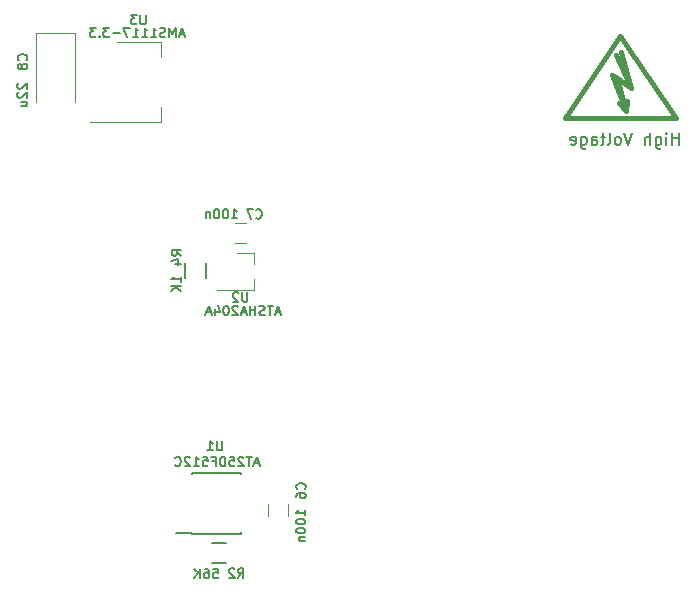
<source format=gbo>
G04 #@! TF.GenerationSoftware,KiCad,Pcbnew,no-vcs-found-44b118f~58~ubuntu16.04.1*
G04 #@! TF.CreationDate,2017-06-12T15:02:01+03:00*
G04 #@! TF.ProjectId,heater_actuator_node,6865617465725F6163747561746F725F,rev?*
G04 #@! TF.FileFunction,Legend,Bot*
G04 #@! TF.FilePolarity,Positive*
%FSLAX46Y46*%
G04 Gerber Fmt 4.6, Leading zero omitted, Abs format (unit mm)*
G04 Created by KiCad (PCBNEW no-vcs-found-44b118f~58~ubuntu16.04.1) date Mon Jun 12 15:02:01 2017*
%MOMM*%
%LPD*%
G01*
G04 APERTURE LIST*
%ADD10C,0.100000*%
%ADD11C,0.381000*%
%ADD12C,0.120000*%
%ADD13C,0.150000*%
%ADD14R,1.700000X1.700000*%
%ADD15C,2.200000*%
%ADD16C,1.400000*%
%ADD17O,1.400000X1.400000*%
%ADD18C,2.000000*%
%ADD19R,1.250000X1.500000*%
%ADD20R,1.500000X1.250000*%
%ADD21R,2.500000X3.200000*%
%ADD22O,1.700000X1.700000*%
%ADD23O,1.600000X1.600000*%
%ADD24R,1.600000X1.600000*%
%ADD25C,1.800000*%
%ADD26R,1.800000X1.800000*%
%ADD27C,2.349500*%
%ADD28R,1.000000X1.000000*%
%ADD29C,1.000000*%
%ADD30R,1.500000X1.300000*%
%ADD31R,1.300000X1.500000*%
%ADD32C,2.500000*%
%ADD33C,3.000000*%
%ADD34R,1.550000X0.600000*%
%ADD35R,1.900000X0.800000*%
%ADD36R,2.000000X1.500000*%
%ADD37R,2.000000X3.800000*%
%ADD38C,2.400000*%
%ADD39R,2.400000X2.400000*%
G04 APERTURE END LIST*
D10*
D11*
X171297840Y-75499640D02*
X170098960Y-72400840D01*
X170098960Y-72400840D02*
X170698400Y-72799620D01*
X171699160Y-73500660D02*
X170398680Y-70699040D01*
X171297840Y-75499640D02*
X170698400Y-74801140D01*
X170899060Y-70500920D02*
X171699160Y-73500660D01*
X171699160Y-73500660D02*
X170500280Y-72700560D01*
X170500280Y-72700560D02*
X171297840Y-75499640D01*
X171297840Y-75499640D02*
X171399440Y-74600480D01*
X170800000Y-69109000D02*
X166101000Y-76094000D01*
X166101000Y-76094000D02*
X175499000Y-76094000D01*
X175499000Y-76094000D02*
X170800000Y-69109000D01*
D12*
X142650000Y-108775000D02*
X142650000Y-109775000D01*
X140950000Y-109775000D02*
X140950000Y-108775000D01*
X138150000Y-84925000D02*
X139150000Y-84925000D01*
X139150000Y-86625000D02*
X138150000Y-86625000D01*
X121350000Y-68875000D02*
X121350000Y-74675000D01*
X124650000Y-68875000D02*
X124650000Y-74675000D01*
X121350000Y-68875000D02*
X124650000Y-68875000D01*
D13*
X136225000Y-113775000D02*
X137425000Y-113775000D01*
X137425000Y-112025000D02*
X136225000Y-112025000D01*
X133975000Y-88375000D02*
X133975000Y-89575000D01*
X135725000Y-89575000D02*
X135725000Y-88375000D01*
X134575000Y-111200000D02*
X133175000Y-111200000D01*
X134575000Y-106100000D02*
X138725000Y-106100000D01*
X134575000Y-111250000D02*
X138725000Y-111250000D01*
X134575000Y-106100000D02*
X134575000Y-106245000D01*
X138725000Y-106100000D02*
X138725000Y-106245000D01*
X138725000Y-111250000D02*
X138725000Y-111105000D01*
X134575000Y-111250000D02*
X134575000Y-111200000D01*
D12*
X139810000Y-87495000D02*
X138350000Y-87495000D01*
X139810000Y-90655000D02*
X136650000Y-90655000D01*
X139810000Y-90655000D02*
X139810000Y-89725000D01*
X139810000Y-87495000D02*
X139810000Y-88425000D01*
X125900000Y-76435000D02*
X131910000Y-76435000D01*
X128150000Y-69615000D02*
X131910000Y-69615000D01*
X131910000Y-76435000D02*
X131910000Y-75175000D01*
X131910000Y-69615000D02*
X131910000Y-70875000D01*
D13*
X175752428Y-78324380D02*
X175752428Y-77324380D01*
X175752428Y-77800571D02*
X175181000Y-77800571D01*
X175181000Y-78324380D02*
X175181000Y-77324380D01*
X174704809Y-78324380D02*
X174704809Y-77657714D01*
X174704809Y-77324380D02*
X174752428Y-77372000D01*
X174704809Y-77419619D01*
X174657190Y-77372000D01*
X174704809Y-77324380D01*
X174704809Y-77419619D01*
X173800047Y-77657714D02*
X173800047Y-78467238D01*
X173847666Y-78562476D01*
X173895285Y-78610095D01*
X173990523Y-78657714D01*
X174133380Y-78657714D01*
X174228619Y-78610095D01*
X173800047Y-78276761D02*
X173895285Y-78324380D01*
X174085761Y-78324380D01*
X174181000Y-78276761D01*
X174228619Y-78229142D01*
X174276238Y-78133904D01*
X174276238Y-77848190D01*
X174228619Y-77752952D01*
X174181000Y-77705333D01*
X174085761Y-77657714D01*
X173895285Y-77657714D01*
X173800047Y-77705333D01*
X173323857Y-78324380D02*
X173323857Y-77324380D01*
X172895285Y-78324380D02*
X172895285Y-77800571D01*
X172942904Y-77705333D01*
X173038142Y-77657714D01*
X173181000Y-77657714D01*
X173276238Y-77705333D01*
X173323857Y-77752952D01*
X171800047Y-77324380D02*
X171466714Y-78324380D01*
X171133380Y-77324380D01*
X170657190Y-78324380D02*
X170752428Y-78276761D01*
X170800047Y-78229142D01*
X170847666Y-78133904D01*
X170847666Y-77848190D01*
X170800047Y-77752952D01*
X170752428Y-77705333D01*
X170657190Y-77657714D01*
X170514333Y-77657714D01*
X170419095Y-77705333D01*
X170371476Y-77752952D01*
X170323857Y-77848190D01*
X170323857Y-78133904D01*
X170371476Y-78229142D01*
X170419095Y-78276761D01*
X170514333Y-78324380D01*
X170657190Y-78324380D01*
X169752428Y-78324380D02*
X169847666Y-78276761D01*
X169895285Y-78181523D01*
X169895285Y-77324380D01*
X169514333Y-77657714D02*
X169133380Y-77657714D01*
X169371476Y-77324380D02*
X169371476Y-78181523D01*
X169323857Y-78276761D01*
X169228619Y-78324380D01*
X169133380Y-78324380D01*
X168371476Y-78324380D02*
X168371476Y-77800571D01*
X168419095Y-77705333D01*
X168514333Y-77657714D01*
X168704809Y-77657714D01*
X168800047Y-77705333D01*
X168371476Y-78276761D02*
X168466714Y-78324380D01*
X168704809Y-78324380D01*
X168800047Y-78276761D01*
X168847666Y-78181523D01*
X168847666Y-78086285D01*
X168800047Y-77991047D01*
X168704809Y-77943428D01*
X168466714Y-77943428D01*
X168371476Y-77895809D01*
X167466714Y-77657714D02*
X167466714Y-78467238D01*
X167514333Y-78562476D01*
X167561952Y-78610095D01*
X167657190Y-78657714D01*
X167800047Y-78657714D01*
X167895285Y-78610095D01*
X167466714Y-78276761D02*
X167561952Y-78324380D01*
X167752428Y-78324380D01*
X167847666Y-78276761D01*
X167895285Y-78229142D01*
X167942904Y-78133904D01*
X167942904Y-77848190D01*
X167895285Y-77752952D01*
X167847666Y-77705333D01*
X167752428Y-77657714D01*
X167561952Y-77657714D01*
X167466714Y-77705333D01*
X166609571Y-78276761D02*
X166704809Y-78324380D01*
X166895285Y-78324380D01*
X166990523Y-78276761D01*
X167038142Y-78181523D01*
X167038142Y-77800571D01*
X166990523Y-77705333D01*
X166895285Y-77657714D01*
X166704809Y-77657714D01*
X166609571Y-77705333D01*
X166561952Y-77800571D01*
X166561952Y-77895809D01*
X167038142Y-77991047D01*
X144085714Y-107491666D02*
X144123809Y-107453571D01*
X144161904Y-107339285D01*
X144161904Y-107263095D01*
X144123809Y-107148809D01*
X144047619Y-107072619D01*
X143971428Y-107034523D01*
X143819047Y-106996428D01*
X143704761Y-106996428D01*
X143552380Y-107034523D01*
X143476190Y-107072619D01*
X143400000Y-107148809D01*
X143361904Y-107263095D01*
X143361904Y-107339285D01*
X143400000Y-107453571D01*
X143438095Y-107491666D01*
X143361904Y-108177380D02*
X143361904Y-108025000D01*
X143400000Y-107948809D01*
X143438095Y-107910714D01*
X143552380Y-107834523D01*
X143704761Y-107796428D01*
X144009523Y-107796428D01*
X144085714Y-107834523D01*
X144123809Y-107872619D01*
X144161904Y-107948809D01*
X144161904Y-108101190D01*
X144123809Y-108177380D01*
X144085714Y-108215476D01*
X144009523Y-108253571D01*
X143819047Y-108253571D01*
X143742857Y-108215476D01*
X143704761Y-108177380D01*
X143666666Y-108101190D01*
X143666666Y-107948809D01*
X143704761Y-107872619D01*
X143742857Y-107834523D01*
X143819047Y-107796428D01*
X144136904Y-109704761D02*
X144136904Y-109247619D01*
X144136904Y-109476190D02*
X143336904Y-109476190D01*
X143451190Y-109400000D01*
X143527380Y-109323809D01*
X143565476Y-109247619D01*
X143336904Y-110200000D02*
X143336904Y-110276190D01*
X143375000Y-110352380D01*
X143413095Y-110390476D01*
X143489285Y-110428571D01*
X143641666Y-110466666D01*
X143832142Y-110466666D01*
X143984523Y-110428571D01*
X144060714Y-110390476D01*
X144098809Y-110352380D01*
X144136904Y-110276190D01*
X144136904Y-110200000D01*
X144098809Y-110123809D01*
X144060714Y-110085714D01*
X143984523Y-110047619D01*
X143832142Y-110009523D01*
X143641666Y-110009523D01*
X143489285Y-110047619D01*
X143413095Y-110085714D01*
X143375000Y-110123809D01*
X143336904Y-110200000D01*
X143336904Y-110961904D02*
X143336904Y-111038095D01*
X143375000Y-111114285D01*
X143413095Y-111152380D01*
X143489285Y-111190476D01*
X143641666Y-111228571D01*
X143832142Y-111228571D01*
X143984523Y-111190476D01*
X144060714Y-111152380D01*
X144098809Y-111114285D01*
X144136904Y-111038095D01*
X144136904Y-110961904D01*
X144098809Y-110885714D01*
X144060714Y-110847619D01*
X143984523Y-110809523D01*
X143832142Y-110771428D01*
X143641666Y-110771428D01*
X143489285Y-110809523D01*
X143413095Y-110847619D01*
X143375000Y-110885714D01*
X143336904Y-110961904D01*
X143603571Y-111571428D02*
X144136904Y-111571428D01*
X143679761Y-111571428D02*
X143641666Y-111609523D01*
X143603571Y-111685714D01*
X143603571Y-111800000D01*
X143641666Y-111876190D01*
X143717857Y-111914285D01*
X144136904Y-111914285D01*
X139958333Y-84510714D02*
X139996428Y-84548809D01*
X140110714Y-84586904D01*
X140186904Y-84586904D01*
X140301190Y-84548809D01*
X140377380Y-84472619D01*
X140415476Y-84396428D01*
X140453571Y-84244047D01*
X140453571Y-84129761D01*
X140415476Y-83977380D01*
X140377380Y-83901190D01*
X140301190Y-83825000D01*
X140186904Y-83786904D01*
X140110714Y-83786904D01*
X139996428Y-83825000D01*
X139958333Y-83863095D01*
X139691666Y-83786904D02*
X139158333Y-83786904D01*
X139501190Y-84586904D01*
X137895238Y-84561904D02*
X138352380Y-84561904D01*
X138123809Y-84561904D02*
X138123809Y-83761904D01*
X138200000Y-83876190D01*
X138276190Y-83952380D01*
X138352380Y-83990476D01*
X137400000Y-83761904D02*
X137323809Y-83761904D01*
X137247619Y-83800000D01*
X137209523Y-83838095D01*
X137171428Y-83914285D01*
X137133333Y-84066666D01*
X137133333Y-84257142D01*
X137171428Y-84409523D01*
X137209523Y-84485714D01*
X137247619Y-84523809D01*
X137323809Y-84561904D01*
X137400000Y-84561904D01*
X137476190Y-84523809D01*
X137514285Y-84485714D01*
X137552380Y-84409523D01*
X137590476Y-84257142D01*
X137590476Y-84066666D01*
X137552380Y-83914285D01*
X137514285Y-83838095D01*
X137476190Y-83800000D01*
X137400000Y-83761904D01*
X136638095Y-83761904D02*
X136561904Y-83761904D01*
X136485714Y-83800000D01*
X136447619Y-83838095D01*
X136409523Y-83914285D01*
X136371428Y-84066666D01*
X136371428Y-84257142D01*
X136409523Y-84409523D01*
X136447619Y-84485714D01*
X136485714Y-84523809D01*
X136561904Y-84561904D01*
X136638095Y-84561904D01*
X136714285Y-84523809D01*
X136752380Y-84485714D01*
X136790476Y-84409523D01*
X136828571Y-84257142D01*
X136828571Y-84066666D01*
X136790476Y-83914285D01*
X136752380Y-83838095D01*
X136714285Y-83800000D01*
X136638095Y-83761904D01*
X136028571Y-84028571D02*
X136028571Y-84561904D01*
X136028571Y-84104761D02*
X135990476Y-84066666D01*
X135914285Y-84028571D01*
X135800000Y-84028571D01*
X135723809Y-84066666D01*
X135685714Y-84142857D01*
X135685714Y-84561904D01*
X120510714Y-71166666D02*
X120548809Y-71128571D01*
X120586904Y-71014285D01*
X120586904Y-70938095D01*
X120548809Y-70823809D01*
X120472619Y-70747619D01*
X120396428Y-70709523D01*
X120244047Y-70671428D01*
X120129761Y-70671428D01*
X119977380Y-70709523D01*
X119901190Y-70747619D01*
X119825000Y-70823809D01*
X119786904Y-70938095D01*
X119786904Y-71014285D01*
X119825000Y-71128571D01*
X119863095Y-71166666D01*
X120129761Y-71623809D02*
X120091666Y-71547619D01*
X120053571Y-71509523D01*
X119977380Y-71471428D01*
X119939285Y-71471428D01*
X119863095Y-71509523D01*
X119825000Y-71547619D01*
X119786904Y-71623809D01*
X119786904Y-71776190D01*
X119825000Y-71852380D01*
X119863095Y-71890476D01*
X119939285Y-71928571D01*
X119977380Y-71928571D01*
X120053571Y-71890476D01*
X120091666Y-71852380D01*
X120129761Y-71776190D01*
X120129761Y-71623809D01*
X120167857Y-71547619D01*
X120205952Y-71509523D01*
X120282142Y-71471428D01*
X120434523Y-71471428D01*
X120510714Y-71509523D01*
X120548809Y-71547619D01*
X120586904Y-71623809D01*
X120586904Y-71776190D01*
X120548809Y-71852380D01*
X120510714Y-71890476D01*
X120434523Y-71928571D01*
X120282142Y-71928571D01*
X120205952Y-71890476D01*
X120167857Y-71852380D01*
X120129761Y-71776190D01*
X119838095Y-73128571D02*
X119800000Y-73166666D01*
X119761904Y-73242857D01*
X119761904Y-73433333D01*
X119800000Y-73509523D01*
X119838095Y-73547619D01*
X119914285Y-73585714D01*
X119990476Y-73585714D01*
X120104761Y-73547619D01*
X120561904Y-73090476D01*
X120561904Y-73585714D01*
X119838095Y-73890476D02*
X119800000Y-73928571D01*
X119761904Y-74004761D01*
X119761904Y-74195238D01*
X119800000Y-74271428D01*
X119838095Y-74309523D01*
X119914285Y-74347619D01*
X119990476Y-74347619D01*
X120104761Y-74309523D01*
X120561904Y-73852380D01*
X120561904Y-74347619D01*
X120028571Y-75033333D02*
X120561904Y-75033333D01*
X120028571Y-74690476D02*
X120447619Y-74690476D01*
X120523809Y-74728571D01*
X120561904Y-74804761D01*
X120561904Y-74919047D01*
X120523809Y-74995238D01*
X120485714Y-75033333D01*
X138408333Y-114986904D02*
X138675000Y-114605952D01*
X138865476Y-114986904D02*
X138865476Y-114186904D01*
X138560714Y-114186904D01*
X138484523Y-114225000D01*
X138446428Y-114263095D01*
X138408333Y-114339285D01*
X138408333Y-114453571D01*
X138446428Y-114529761D01*
X138484523Y-114567857D01*
X138560714Y-114605952D01*
X138865476Y-114605952D01*
X138103571Y-114263095D02*
X138065476Y-114225000D01*
X137989285Y-114186904D01*
X137798809Y-114186904D01*
X137722619Y-114225000D01*
X137684523Y-114263095D01*
X137646428Y-114339285D01*
X137646428Y-114415476D01*
X137684523Y-114529761D01*
X138141666Y-114986904D01*
X137646428Y-114986904D01*
X136340476Y-114211904D02*
X136721428Y-114211904D01*
X136759523Y-114592857D01*
X136721428Y-114554761D01*
X136645238Y-114516666D01*
X136454761Y-114516666D01*
X136378571Y-114554761D01*
X136340476Y-114592857D01*
X136302380Y-114669047D01*
X136302380Y-114859523D01*
X136340476Y-114935714D01*
X136378571Y-114973809D01*
X136454761Y-115011904D01*
X136645238Y-115011904D01*
X136721428Y-114973809D01*
X136759523Y-114935714D01*
X135616666Y-114211904D02*
X135769047Y-114211904D01*
X135845238Y-114250000D01*
X135883333Y-114288095D01*
X135959523Y-114402380D01*
X135997619Y-114554761D01*
X135997619Y-114859523D01*
X135959523Y-114935714D01*
X135921428Y-114973809D01*
X135845238Y-115011904D01*
X135692857Y-115011904D01*
X135616666Y-114973809D01*
X135578571Y-114935714D01*
X135540476Y-114859523D01*
X135540476Y-114669047D01*
X135578571Y-114592857D01*
X135616666Y-114554761D01*
X135692857Y-114516666D01*
X135845238Y-114516666D01*
X135921428Y-114554761D01*
X135959523Y-114592857D01*
X135997619Y-114669047D01*
X135197619Y-115011904D02*
X135197619Y-114211904D01*
X134740476Y-115011904D02*
X135083333Y-114554761D01*
X134740476Y-114211904D02*
X135197619Y-114669047D01*
X133636904Y-87716666D02*
X133255952Y-87450000D01*
X133636904Y-87259523D02*
X132836904Y-87259523D01*
X132836904Y-87564285D01*
X132875000Y-87640476D01*
X132913095Y-87678571D01*
X132989285Y-87716666D01*
X133103571Y-87716666D01*
X133179761Y-87678571D01*
X133217857Y-87640476D01*
X133255952Y-87564285D01*
X133255952Y-87259523D01*
X133103571Y-88402380D02*
X133636904Y-88402380D01*
X132798809Y-88211904D02*
X133370238Y-88021428D01*
X133370238Y-88516666D01*
X133586904Y-89953571D02*
X133586904Y-89496428D01*
X133586904Y-89725000D02*
X132786904Y-89725000D01*
X132901190Y-89648809D01*
X132977380Y-89572619D01*
X133015476Y-89496428D01*
X133586904Y-90296428D02*
X132786904Y-90296428D01*
X133586904Y-90753571D02*
X133129761Y-90410714D01*
X132786904Y-90753571D02*
X133244047Y-90296428D01*
X137084523Y-103411904D02*
X137084523Y-104059523D01*
X137046428Y-104135714D01*
X137008333Y-104173809D01*
X136932142Y-104211904D01*
X136779761Y-104211904D01*
X136703571Y-104173809D01*
X136665476Y-104135714D01*
X136627380Y-104059523D01*
X136627380Y-103411904D01*
X135827380Y-104211904D02*
X136284523Y-104211904D01*
X136055952Y-104211904D02*
X136055952Y-103411904D01*
X136132142Y-103526190D01*
X136208333Y-103602380D01*
X136284523Y-103640476D01*
X140192857Y-105308333D02*
X139811904Y-105308333D01*
X140269047Y-105536904D02*
X140002380Y-104736904D01*
X139735714Y-105536904D01*
X139583333Y-104736904D02*
X139126190Y-104736904D01*
X139354761Y-105536904D02*
X139354761Y-104736904D01*
X138897619Y-104813095D02*
X138859523Y-104775000D01*
X138783333Y-104736904D01*
X138592857Y-104736904D01*
X138516666Y-104775000D01*
X138478571Y-104813095D01*
X138440476Y-104889285D01*
X138440476Y-104965476D01*
X138478571Y-105079761D01*
X138935714Y-105536904D01*
X138440476Y-105536904D01*
X137716666Y-104736904D02*
X138097619Y-104736904D01*
X138135714Y-105117857D01*
X138097619Y-105079761D01*
X138021428Y-105041666D01*
X137830952Y-105041666D01*
X137754761Y-105079761D01*
X137716666Y-105117857D01*
X137678571Y-105194047D01*
X137678571Y-105384523D01*
X137716666Y-105460714D01*
X137754761Y-105498809D01*
X137830952Y-105536904D01*
X138021428Y-105536904D01*
X138097619Y-105498809D01*
X138135714Y-105460714D01*
X137335714Y-105536904D02*
X137335714Y-104736904D01*
X137145238Y-104736904D01*
X137030952Y-104775000D01*
X136954761Y-104851190D01*
X136916666Y-104927380D01*
X136878571Y-105079761D01*
X136878571Y-105194047D01*
X136916666Y-105346428D01*
X136954761Y-105422619D01*
X137030952Y-105498809D01*
X137145238Y-105536904D01*
X137335714Y-105536904D01*
X136269047Y-105117857D02*
X136535714Y-105117857D01*
X136535714Y-105536904D02*
X136535714Y-104736904D01*
X136154761Y-104736904D01*
X135469047Y-104736904D02*
X135850000Y-104736904D01*
X135888095Y-105117857D01*
X135850000Y-105079761D01*
X135773809Y-105041666D01*
X135583333Y-105041666D01*
X135507142Y-105079761D01*
X135469047Y-105117857D01*
X135430952Y-105194047D01*
X135430952Y-105384523D01*
X135469047Y-105460714D01*
X135507142Y-105498809D01*
X135583333Y-105536904D01*
X135773809Y-105536904D01*
X135850000Y-105498809D01*
X135888095Y-105460714D01*
X134669047Y-105536904D02*
X135126190Y-105536904D01*
X134897619Y-105536904D02*
X134897619Y-104736904D01*
X134973809Y-104851190D01*
X135050000Y-104927380D01*
X135126190Y-104965476D01*
X134364285Y-104813095D02*
X134326190Y-104775000D01*
X134250000Y-104736904D01*
X134059523Y-104736904D01*
X133983333Y-104775000D01*
X133945238Y-104813095D01*
X133907142Y-104889285D01*
X133907142Y-104965476D01*
X133945238Y-105079761D01*
X134402380Y-105536904D01*
X133907142Y-105536904D01*
X133107142Y-105460714D02*
X133145238Y-105498809D01*
X133259523Y-105536904D01*
X133335714Y-105536904D01*
X133450000Y-105498809D01*
X133526190Y-105422619D01*
X133564285Y-105346428D01*
X133602380Y-105194047D01*
X133602380Y-105079761D01*
X133564285Y-104927380D01*
X133526190Y-104851190D01*
X133450000Y-104775000D01*
X133335714Y-104736904D01*
X133259523Y-104736904D01*
X133145238Y-104775000D01*
X133107142Y-104813095D01*
X139234523Y-90836904D02*
X139234523Y-91484523D01*
X139196428Y-91560714D01*
X139158333Y-91598809D01*
X139082142Y-91636904D01*
X138929761Y-91636904D01*
X138853571Y-91598809D01*
X138815476Y-91560714D01*
X138777380Y-91484523D01*
X138777380Y-90836904D01*
X138434523Y-90913095D02*
X138396428Y-90875000D01*
X138320238Y-90836904D01*
X138129761Y-90836904D01*
X138053571Y-90875000D01*
X138015476Y-90913095D01*
X137977380Y-90989285D01*
X137977380Y-91065476D01*
X138015476Y-91179761D01*
X138472619Y-91636904D01*
X137977380Y-91636904D01*
X141998809Y-92533333D02*
X141617857Y-92533333D01*
X142075000Y-92761904D02*
X141808333Y-91961904D01*
X141541666Y-92761904D01*
X141389285Y-91961904D02*
X140932142Y-91961904D01*
X141160714Y-92761904D02*
X141160714Y-91961904D01*
X140703571Y-92723809D02*
X140589285Y-92761904D01*
X140398809Y-92761904D01*
X140322619Y-92723809D01*
X140284523Y-92685714D01*
X140246428Y-92609523D01*
X140246428Y-92533333D01*
X140284523Y-92457142D01*
X140322619Y-92419047D01*
X140398809Y-92380952D01*
X140551190Y-92342857D01*
X140627380Y-92304761D01*
X140665476Y-92266666D01*
X140703571Y-92190476D01*
X140703571Y-92114285D01*
X140665476Y-92038095D01*
X140627380Y-92000000D01*
X140551190Y-91961904D01*
X140360714Y-91961904D01*
X140246428Y-92000000D01*
X139903571Y-92761904D02*
X139903571Y-91961904D01*
X139903571Y-92342857D02*
X139446428Y-92342857D01*
X139446428Y-92761904D02*
X139446428Y-91961904D01*
X139103571Y-92533333D02*
X138722619Y-92533333D01*
X139179761Y-92761904D02*
X138913095Y-91961904D01*
X138646428Y-92761904D01*
X138417857Y-92038095D02*
X138379761Y-92000000D01*
X138303571Y-91961904D01*
X138113095Y-91961904D01*
X138036904Y-92000000D01*
X137998809Y-92038095D01*
X137960714Y-92114285D01*
X137960714Y-92190476D01*
X137998809Y-92304761D01*
X138455952Y-92761904D01*
X137960714Y-92761904D01*
X137465476Y-91961904D02*
X137389285Y-91961904D01*
X137313095Y-92000000D01*
X137275000Y-92038095D01*
X137236904Y-92114285D01*
X137198809Y-92266666D01*
X137198809Y-92457142D01*
X137236904Y-92609523D01*
X137275000Y-92685714D01*
X137313095Y-92723809D01*
X137389285Y-92761904D01*
X137465476Y-92761904D01*
X137541666Y-92723809D01*
X137579761Y-92685714D01*
X137617857Y-92609523D01*
X137655952Y-92457142D01*
X137655952Y-92266666D01*
X137617857Y-92114285D01*
X137579761Y-92038095D01*
X137541666Y-92000000D01*
X137465476Y-91961904D01*
X136513095Y-92228571D02*
X136513095Y-92761904D01*
X136703571Y-91923809D02*
X136894047Y-92495238D01*
X136398809Y-92495238D01*
X136132142Y-92533333D02*
X135751190Y-92533333D01*
X136208333Y-92761904D02*
X135941666Y-91961904D01*
X135675000Y-92761904D01*
X130609523Y-67336904D02*
X130609523Y-67984523D01*
X130571428Y-68060714D01*
X130533333Y-68098809D01*
X130457142Y-68136904D01*
X130304761Y-68136904D01*
X130228571Y-68098809D01*
X130190476Y-68060714D01*
X130152380Y-67984523D01*
X130152380Y-67336904D01*
X129847619Y-67336904D02*
X129352380Y-67336904D01*
X129619047Y-67641666D01*
X129504761Y-67641666D01*
X129428571Y-67679761D01*
X129390476Y-67717857D01*
X129352380Y-67794047D01*
X129352380Y-67984523D01*
X129390476Y-68060714D01*
X129428571Y-68098809D01*
X129504761Y-68136904D01*
X129733333Y-68136904D01*
X129809523Y-68098809D01*
X129847619Y-68060714D01*
X133875000Y-68983333D02*
X133494047Y-68983333D01*
X133951190Y-69211904D02*
X133684523Y-68411904D01*
X133417857Y-69211904D01*
X133151190Y-69211904D02*
X133151190Y-68411904D01*
X132884523Y-68983333D01*
X132617857Y-68411904D01*
X132617857Y-69211904D01*
X132275000Y-69173809D02*
X132160714Y-69211904D01*
X131970238Y-69211904D01*
X131894047Y-69173809D01*
X131855952Y-69135714D01*
X131817857Y-69059523D01*
X131817857Y-68983333D01*
X131855952Y-68907142D01*
X131894047Y-68869047D01*
X131970238Y-68830952D01*
X132122619Y-68792857D01*
X132198809Y-68754761D01*
X132236904Y-68716666D01*
X132275000Y-68640476D01*
X132275000Y-68564285D01*
X132236904Y-68488095D01*
X132198809Y-68450000D01*
X132122619Y-68411904D01*
X131932142Y-68411904D01*
X131817857Y-68450000D01*
X131055952Y-69211904D02*
X131513095Y-69211904D01*
X131284523Y-69211904D02*
X131284523Y-68411904D01*
X131360714Y-68526190D01*
X131436904Y-68602380D01*
X131513095Y-68640476D01*
X130294047Y-69211904D02*
X130751190Y-69211904D01*
X130522619Y-69211904D02*
X130522619Y-68411904D01*
X130598809Y-68526190D01*
X130675000Y-68602380D01*
X130751190Y-68640476D01*
X129532142Y-69211904D02*
X129989285Y-69211904D01*
X129760714Y-69211904D02*
X129760714Y-68411904D01*
X129836904Y-68526190D01*
X129913095Y-68602380D01*
X129989285Y-68640476D01*
X129265476Y-68411904D02*
X128732142Y-68411904D01*
X129075000Y-69211904D01*
X128427380Y-68907142D02*
X127817857Y-68907142D01*
X127513095Y-68411904D02*
X127017857Y-68411904D01*
X127284523Y-68716666D01*
X127170238Y-68716666D01*
X127094047Y-68754761D01*
X127055952Y-68792857D01*
X127017857Y-68869047D01*
X127017857Y-69059523D01*
X127055952Y-69135714D01*
X127094047Y-69173809D01*
X127170238Y-69211904D01*
X127398809Y-69211904D01*
X127475000Y-69173809D01*
X127513095Y-69135714D01*
X126675000Y-69135714D02*
X126636904Y-69173809D01*
X126675000Y-69211904D01*
X126713095Y-69173809D01*
X126675000Y-69135714D01*
X126675000Y-69211904D01*
X126370238Y-68411904D02*
X125875000Y-68411904D01*
X126141666Y-68716666D01*
X126027380Y-68716666D01*
X125951190Y-68754761D01*
X125913095Y-68792857D01*
X125875000Y-68869047D01*
X125875000Y-69059523D01*
X125913095Y-69135714D01*
X125951190Y-69173809D01*
X126027380Y-69211904D01*
X126255952Y-69211904D01*
X126332142Y-69173809D01*
X126370238Y-69135714D01*
%LPC*%
D14*
X139350000Y-120675000D03*
D15*
X117650000Y-59875000D03*
X181800000Y-59925000D03*
X181800000Y-95275000D03*
X181800000Y-120475000D03*
X117750000Y-87175000D03*
X117650000Y-120475000D03*
D16*
X174270000Y-117775000D03*
D17*
X166650000Y-117775000D03*
D16*
X174270000Y-113275000D03*
D17*
X166650000Y-113275000D03*
D16*
X174270000Y-108475000D03*
D17*
X166650000Y-108475000D03*
D16*
X174370000Y-104075000D03*
D17*
X166750000Y-104075000D03*
D18*
X117500000Y-106875000D03*
X117500000Y-102375000D03*
X124000000Y-106875000D03*
X124000000Y-102375000D03*
D19*
X141800000Y-110525000D03*
X141800000Y-108025000D03*
D20*
X139900000Y-85775000D03*
X137400000Y-85775000D03*
D21*
X123000000Y-70775000D03*
X123000000Y-75075000D03*
D22*
X159265000Y-120065000D03*
X156725000Y-120065000D03*
X159265000Y-117525000D03*
X156725000Y-117525000D03*
X159265000Y-114985000D03*
X156725000Y-114985000D03*
X159265000Y-112445000D03*
X156725000Y-112445000D03*
X159265000Y-109905000D03*
D14*
X156725000Y-109905000D03*
D23*
X150950000Y-97775000D03*
D24*
X150950000Y-87615000D03*
D25*
X179675000Y-110325000D03*
D26*
X182215000Y-110325000D03*
D25*
X179675000Y-105525000D03*
D26*
X182215000Y-105525000D03*
X182215000Y-100725000D03*
D25*
X179675000Y-100725000D03*
D26*
X182215000Y-114925000D03*
D25*
X179675000Y-114925000D03*
D27*
X163089360Y-80415000D03*
X163089360Y-75335000D03*
X178410640Y-80415000D03*
X178410640Y-75335000D03*
D28*
X146350000Y-90875000D03*
D29*
X143810000Y-90875000D03*
X145080000Y-92145000D03*
D30*
X138175000Y-112900000D03*
X135475000Y-112900000D03*
D31*
X134850000Y-90325000D03*
X134850000Y-87625000D03*
D32*
X157500000Y-99325000D03*
X157500000Y-87325000D03*
D33*
X155550000Y-93275000D03*
X169750000Y-99275000D03*
D34*
X139350000Y-110580000D03*
X139350000Y-109310000D03*
X139350000Y-108040000D03*
X139350000Y-106770000D03*
X133950000Y-106770000D03*
X133950000Y-108040000D03*
X133950000Y-109310000D03*
X133950000Y-110580000D03*
D35*
X140550000Y-89075000D03*
X137550000Y-88125000D03*
X137550000Y-90025000D03*
D36*
X126850000Y-75325000D03*
X126850000Y-70725000D03*
X126850000Y-73025000D03*
D37*
X133150000Y-73025000D03*
D33*
X153350000Y-75175000D03*
X153350000Y-70175000D03*
X123950000Y-80375000D03*
X123950000Y-64975000D03*
D25*
X162250000Y-63775000D03*
X169750000Y-66875000D03*
D38*
X179450000Y-86775000D03*
D39*
X179450000Y-90275000D03*
X179350000Y-69375000D03*
D38*
X179350000Y-65875000D03*
M02*

</source>
